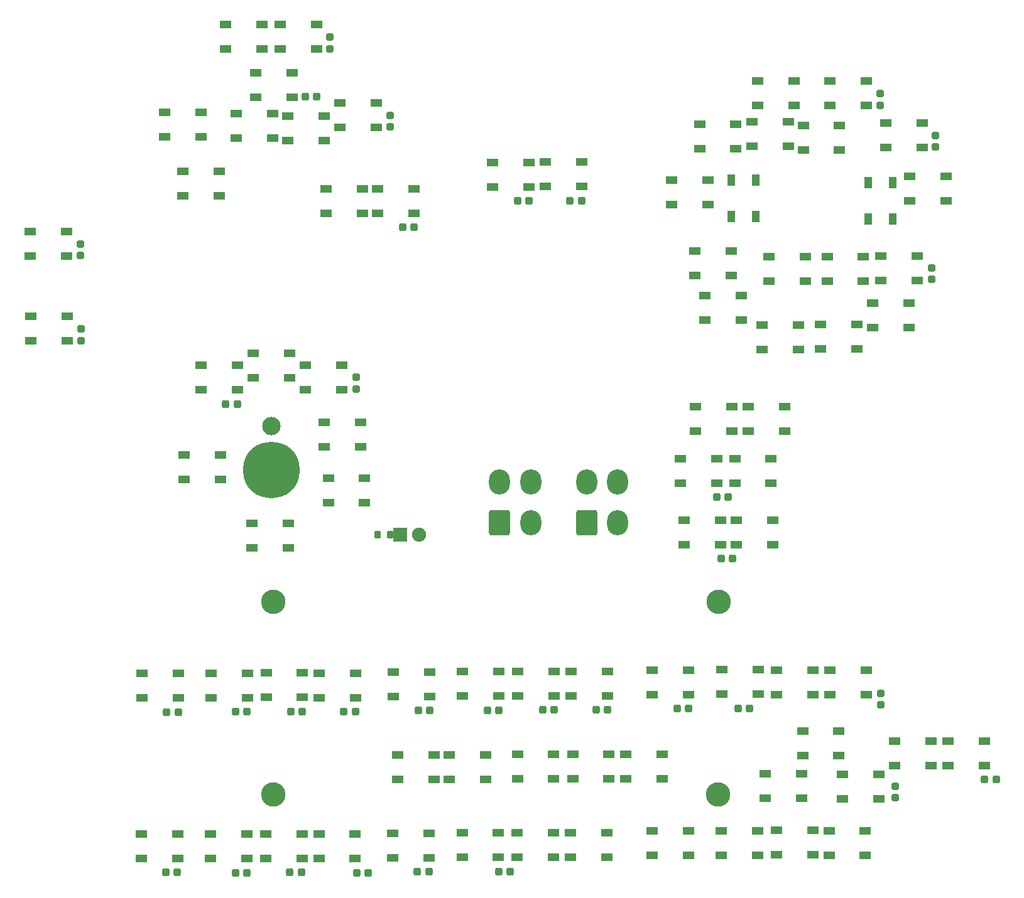
<source format=gbr>
%TF.GenerationSoftware,KiCad,Pcbnew,(6.0.9)*%
%TF.CreationDate,2023-04-01T14:06:34-08:00*%
%TF.ProjectId,KY-58 PANEL,4b592d35-3820-4504-914e-454c2e6b6963,3*%
%TF.SameCoordinates,Original*%
%TF.FileFunction,Soldermask,Top*%
%TF.FilePolarity,Negative*%
%FSLAX46Y46*%
G04 Gerber Fmt 4.6, Leading zero omitted, Abs format (unit mm)*
G04 Created by KiCad (PCBNEW (6.0.9)) date 2023-04-01 14:06:34*
%MOMM*%
%LPD*%
G01*
G04 APERTURE LIST*
G04 Aperture macros list*
%AMRoundRect*
0 Rectangle with rounded corners*
0 $1 Rounding radius*
0 $2 $3 $4 $5 $6 $7 $8 $9 X,Y pos of 4 corners*
0 Add a 4 corners polygon primitive as box body*
4,1,4,$2,$3,$4,$5,$6,$7,$8,$9,$2,$3,0*
0 Add four circle primitives for the rounded corners*
1,1,$1+$1,$2,$3*
1,1,$1+$1,$4,$5*
1,1,$1+$1,$6,$7*
1,1,$1+$1,$8,$9*
0 Add four rect primitives between the rounded corners*
20,1,$1+$1,$2,$3,$4,$5,0*
20,1,$1+$1,$4,$5,$6,$7,0*
20,1,$1+$1,$6,$7,$8,$9,0*
20,1,$1+$1,$8,$9,$2,$3,0*%
G04 Aperture macros list end*
%ADD10C,7.640752*%
%ADD11C,2.481250*%
%ADD12C,3.300000*%
%ADD13RoundRect,0.050000X-0.750000X-0.450000X0.750000X-0.450000X0.750000X0.450000X-0.750000X0.450000X0*%
%ADD14RoundRect,0.250000X0.200000X0.275000X-0.200000X0.275000X-0.200000X-0.275000X0.200000X-0.275000X0*%
%ADD15RoundRect,0.275000X-0.250000X0.225000X-0.250000X-0.225000X0.250000X-0.225000X0.250000X0.225000X0*%
%ADD16RoundRect,0.275000X0.250000X-0.225000X0.250000X0.225000X-0.250000X0.225000X-0.250000X-0.225000X0*%
%ADD17RoundRect,0.275000X0.225000X0.250000X-0.225000X0.250000X-0.225000X-0.250000X0.225000X-0.250000X0*%
%ADD18RoundRect,0.275000X-0.225000X-0.250000X0.225000X-0.250000X0.225000X0.250000X-0.225000X0.250000X0*%
%ADD19RoundRect,0.050000X0.450000X-0.750000X0.450000X0.750000X-0.450000X0.750000X-0.450000X-0.750000X0*%
%ADD20RoundRect,0.050000X-0.450000X0.750000X-0.450000X-0.750000X0.450000X-0.750000X0.450000X0.750000X0*%
%ADD21RoundRect,0.050000X-0.900000X-0.900000X0.900000X-0.900000X0.900000X0.900000X-0.900000X0.900000X0*%
%ADD22C,1.900000*%
%ADD23RoundRect,0.300001X-1.099999X-1.399999X1.099999X-1.399999X1.099999X1.399999X-1.099999X1.399999X0*%
%ADD24O,2.800000X3.400000*%
G04 APERTURE END LIST*
D10*
%TO.C,REF\u002A\u002A*%
X115760258Y-94278977D03*
D11*
X115760258Y-88278977D03*
%TD*%
D12*
%TO.C,REF\u002A\u002A*%
X116000000Y-112000000D03*
%TD*%
%TO.C,REF\u002A\u002A*%
X175975000Y-138025000D03*
%TD*%
%TO.C,REF\u002A\u002A*%
X115975000Y-138000000D03*
%TD*%
%TO.C,REF\u002A\u002A*%
X176025000Y-112000000D03*
%TD*%
D13*
%TO.C,D63*%
X83362800Y-73508400D03*
X83362800Y-76808400D03*
X88262800Y-76808400D03*
X88262800Y-73508400D03*
%TD*%
%TO.C,D2*%
X83263400Y-62053000D03*
X83263400Y-65353000D03*
X88163400Y-65353000D03*
X88163400Y-62053000D03*
%TD*%
%TO.C,D3*%
X101375000Y-45975000D03*
X101375000Y-49275000D03*
X106275000Y-49275000D03*
X106275000Y-45975000D03*
%TD*%
%TO.C,D4*%
X109578000Y-34163800D03*
X109578000Y-37463800D03*
X114478000Y-37463800D03*
X114478000Y-34163800D03*
%TD*%
%TO.C,D5*%
X116942000Y-34163800D03*
X116942000Y-37463800D03*
X121842000Y-37463800D03*
X121842000Y-34163800D03*
%TD*%
%TO.C,D6*%
X113665000Y-40640800D03*
X113665000Y-43940800D03*
X118565000Y-43940800D03*
X118565000Y-40640800D03*
%TD*%
%TO.C,D7*%
X125021000Y-44704800D03*
X125021000Y-48004800D03*
X129921000Y-48004800D03*
X129921000Y-44704800D03*
%TD*%
%TO.C,D8*%
X130101000Y-56287200D03*
X130101000Y-59587200D03*
X135001000Y-59587200D03*
X135001000Y-56287200D03*
%TD*%
%TO.C,D9*%
X145595000Y-52731400D03*
X145595000Y-56031400D03*
X150495000Y-56031400D03*
X150495000Y-52731400D03*
%TD*%
%TO.C,D10*%
X152642000Y-52706000D03*
X152642000Y-56006000D03*
X157542000Y-56006000D03*
X157542000Y-52706000D03*
%TD*%
%TO.C,D11*%
X181319000Y-41707800D03*
X181319000Y-45007800D03*
X186219000Y-45007800D03*
X186219000Y-41707800D03*
%TD*%
%TO.C,D12*%
X191000000Y-41775000D03*
X191000000Y-45075000D03*
X195900000Y-45075000D03*
X195900000Y-41775000D03*
%TD*%
%TO.C,D13*%
X198550000Y-47427000D03*
X198550000Y-50727000D03*
X203450000Y-50727000D03*
X203450000Y-47427000D03*
%TD*%
%TO.C,D14*%
X201752000Y-54651600D03*
X201752000Y-57951600D03*
X206652000Y-57951600D03*
X206652000Y-54651600D03*
%TD*%
%TO.C,D15*%
X197905000Y-65329800D03*
X197905000Y-68629800D03*
X202805000Y-68629800D03*
X202805000Y-65329800D03*
%TD*%
%TO.C,D16*%
X196751000Y-71705400D03*
X196751000Y-75005400D03*
X201651000Y-75005400D03*
X201651000Y-71705400D03*
%TD*%
%TO.C,D17*%
X189766000Y-74626000D03*
X189766000Y-77926000D03*
X194666000Y-77926000D03*
X194666000Y-74626000D03*
%TD*%
%TO.C,D18*%
X181864000Y-74702200D03*
X181864000Y-78002200D03*
X186764000Y-78002200D03*
X186764000Y-74702200D03*
%TD*%
%TO.C,D19*%
X174170000Y-70714400D03*
X174170000Y-74014400D03*
X179070000Y-74014400D03*
X179070000Y-70714400D03*
%TD*%
%TO.C,D20*%
X172825000Y-64700000D03*
X172825000Y-68000000D03*
X177725000Y-68000000D03*
X177725000Y-64700000D03*
%TD*%
%TO.C,D21*%
X169724000Y-55149400D03*
X169724000Y-58449400D03*
X174624000Y-58449400D03*
X174624000Y-55149400D03*
%TD*%
%TO.C,D22*%
X173459000Y-47575000D03*
X173459000Y-50875000D03*
X178359000Y-50875000D03*
X178359000Y-47575000D03*
%TD*%
%TO.C,D23*%
X106274000Y-80112400D03*
X106274000Y-83412400D03*
X111174000Y-83412400D03*
X111174000Y-80112400D03*
%TD*%
%TO.C,D24*%
X113298000Y-78461600D03*
X113298000Y-81761600D03*
X118198000Y-81761600D03*
X118198000Y-78461600D03*
%TD*%
%TO.C,D25*%
X120322000Y-80087000D03*
X120322000Y-83387000D03*
X125222000Y-83387000D03*
X125222000Y-80087000D03*
%TD*%
%TO.C,D26*%
X172900000Y-85649600D03*
X172900000Y-88949600D03*
X177800000Y-88949600D03*
X177800000Y-85649600D03*
%TD*%
%TO.C,D27*%
X170843000Y-92685400D03*
X170843000Y-95985400D03*
X175743000Y-95985400D03*
X175743000Y-92685400D03*
%TD*%
%TO.C,D28*%
X171401000Y-101017000D03*
X171401000Y-104317000D03*
X176301000Y-104317000D03*
X176301000Y-101017000D03*
%TD*%
%TO.C,D29*%
X98337000Y-121642000D03*
X98337000Y-124942000D03*
X103237000Y-124942000D03*
X103237000Y-121642000D03*
%TD*%
%TO.C,D30*%
X107634000Y-121642000D03*
X107634000Y-124942000D03*
X112534000Y-124942000D03*
X112534000Y-121642000D03*
%TD*%
%TO.C,D31*%
X115039000Y-121591000D03*
X115039000Y-124891000D03*
X119939000Y-124891000D03*
X119939000Y-121591000D03*
%TD*%
%TO.C,D32*%
X122227000Y-121667000D03*
X122227000Y-124967000D03*
X127127000Y-124967000D03*
X127127000Y-121667000D03*
%TD*%
%TO.C,D33*%
X132184000Y-121514000D03*
X132184000Y-124814000D03*
X137084000Y-124814000D03*
X137084000Y-121514000D03*
%TD*%
%TO.C,D34*%
X141492000Y-121438000D03*
X141492000Y-124738000D03*
X146392000Y-124738000D03*
X146392000Y-121438000D03*
%TD*%
%TO.C,D35*%
X148959000Y-121438000D03*
X148959000Y-124738000D03*
X153859000Y-124738000D03*
X153859000Y-121438000D03*
%TD*%
%TO.C,D36*%
X156134000Y-121438000D03*
X156134000Y-124738000D03*
X161034000Y-124738000D03*
X161034000Y-121438000D03*
%TD*%
%TO.C,D37*%
X167081000Y-121210000D03*
X167081000Y-124510000D03*
X171981000Y-124510000D03*
X171981000Y-121210000D03*
%TD*%
%TO.C,D38*%
X176442000Y-121184000D03*
X176442000Y-124484000D03*
X181342000Y-124484000D03*
X181342000Y-121184000D03*
%TD*%
%TO.C,D39*%
X183859000Y-121210000D03*
X183859000Y-124510000D03*
X188759000Y-124510000D03*
X188759000Y-121210000D03*
%TD*%
%TO.C,D40*%
X191047000Y-121210000D03*
X191047000Y-124510000D03*
X195947000Y-124510000D03*
X195947000Y-121210000D03*
%TD*%
%TO.C,D41*%
X132766000Y-132640000D03*
X132766000Y-135940000D03*
X137666000Y-135940000D03*
X137666000Y-132640000D03*
%TD*%
%TO.C,D42*%
X139688000Y-132640000D03*
X139688000Y-135940000D03*
X144588000Y-135940000D03*
X144588000Y-132640000D03*
%TD*%
%TO.C,D43*%
X148909000Y-132589000D03*
X148909000Y-135889000D03*
X153809000Y-135889000D03*
X153809000Y-132589000D03*
%TD*%
%TO.C,D44*%
X156351000Y-132564000D03*
X156351000Y-135864000D03*
X161251000Y-135864000D03*
X161251000Y-132564000D03*
%TD*%
%TO.C,D45*%
X163525000Y-132589000D03*
X163525000Y-135889000D03*
X168425000Y-135889000D03*
X168425000Y-132589000D03*
%TD*%
%TO.C,D46*%
X182335000Y-135256000D03*
X182335000Y-138556000D03*
X187235000Y-138556000D03*
X187235000Y-135256000D03*
%TD*%
%TO.C,D47*%
X187339000Y-129439000D03*
X187339000Y-132739000D03*
X192239000Y-132739000D03*
X192239000Y-129439000D03*
%TD*%
%TO.C,D48*%
X192724000Y-135281000D03*
X192724000Y-138581000D03*
X197624000Y-138581000D03*
X197624000Y-135281000D03*
%TD*%
%TO.C,D49*%
X199773000Y-130811000D03*
X199773000Y-134111000D03*
X204673000Y-134111000D03*
X204673000Y-130811000D03*
%TD*%
%TO.C,D50*%
X206959000Y-130785000D03*
X206959000Y-134085000D03*
X211859000Y-134085000D03*
X211859000Y-130785000D03*
%TD*%
%TO.C,D51*%
X98224000Y-143359000D03*
X98224000Y-146659000D03*
X103124000Y-146659000D03*
X103124000Y-143359000D03*
%TD*%
%TO.C,D52*%
X107544000Y-143333000D03*
X107544000Y-146633000D03*
X112444000Y-146633000D03*
X112444000Y-143333000D03*
%TD*%
%TO.C,D53*%
X115011000Y-143358000D03*
X115011000Y-146658000D03*
X119911000Y-146658000D03*
X119911000Y-143358000D03*
%TD*%
%TO.C,D54*%
X122149000Y-143384000D03*
X122149000Y-146684000D03*
X127049000Y-146684000D03*
X127049000Y-143384000D03*
%TD*%
%TO.C,D55*%
X132131000Y-143231000D03*
X132131000Y-146531000D03*
X137031000Y-146531000D03*
X137031000Y-143231000D03*
%TD*%
%TO.C,D56*%
X141453000Y-143206000D03*
X141453000Y-146506000D03*
X146353000Y-146506000D03*
X146353000Y-143206000D03*
%TD*%
%TO.C,D57*%
X148872000Y-143181000D03*
X148872000Y-146481000D03*
X153772000Y-146481000D03*
X153772000Y-143181000D03*
%TD*%
%TO.C,D58*%
X156060000Y-143206000D03*
X156060000Y-146506000D03*
X160960000Y-146506000D03*
X160960000Y-143206000D03*
%TD*%
%TO.C,D59*%
X167030000Y-142952000D03*
X167030000Y-146252000D03*
X171930000Y-146252000D03*
X171930000Y-142952000D03*
%TD*%
%TO.C,D60*%
X176378000Y-142927000D03*
X176378000Y-146227000D03*
X181278000Y-146227000D03*
X181278000Y-142927000D03*
%TD*%
%TO.C,D61*%
X183820000Y-142876000D03*
X183820000Y-146176000D03*
X188720000Y-146176000D03*
X188720000Y-142876000D03*
%TD*%
%TO.C,D62*%
X190895000Y-142952000D03*
X190895000Y-146252000D03*
X195795000Y-146252000D03*
X195795000Y-142952000D03*
%TD*%
D14*
%TO.C,R1*%
X131737000Y-102997000D03*
X130087000Y-102997000D03*
%TD*%
D15*
%TO.C,C4*%
X199810000Y-136922500D03*
X199810000Y-138472500D03*
%TD*%
D16*
%TO.C,C5*%
X197917000Y-125936000D03*
X197917000Y-124386000D03*
%TD*%
D17*
%TO.C,C6*%
X213422500Y-136000000D03*
X211872500Y-136000000D03*
%TD*%
D18*
%TO.C,C7*%
X170437500Y-126400000D03*
X171987500Y-126400000D03*
%TD*%
%TO.C,C8*%
X125512500Y-126800000D03*
X127062500Y-126800000D03*
%TD*%
D17*
%TO.C,C9*%
X177912500Y-106210000D03*
X176362500Y-106210000D03*
%TD*%
%TO.C,C10*%
X177337500Y-97900000D03*
X175787500Y-97900000D03*
%TD*%
D15*
%TO.C,C12*%
X205280000Y-49087500D03*
X205280000Y-50637500D03*
%TD*%
%TO.C,C13*%
X197765000Y-43472500D03*
X197765000Y-45022500D03*
%TD*%
D18*
%TO.C,C14*%
X109607500Y-85360000D03*
X111157500Y-85360000D03*
%TD*%
D17*
%TO.C,C3*%
X147912500Y-148430000D03*
X146362500Y-148430000D03*
%TD*%
%TO.C,C2*%
X128792500Y-148570000D03*
X127242500Y-148570000D03*
%TD*%
D15*
%TO.C,C11*%
X204730000Y-66982500D03*
X204730000Y-68532500D03*
%TD*%
%TO.C,C16*%
X123650000Y-35837500D03*
X123650000Y-37387500D03*
%TD*%
%TO.C,C17*%
X131775000Y-46362500D03*
X131775000Y-47912500D03*
%TD*%
D17*
%TO.C,C18*%
X121875000Y-43900000D03*
X120325000Y-43900000D03*
%TD*%
D18*
%TO.C,C19*%
X148937500Y-57925000D03*
X150487500Y-57925000D03*
%TD*%
%TO.C,C20*%
X155987500Y-57925000D03*
X157537500Y-57925000D03*
%TD*%
D15*
%TO.C,C21*%
X90125000Y-75212500D03*
X90125000Y-76762500D03*
%TD*%
%TO.C,C22*%
X90000000Y-63737500D03*
X90000000Y-65287500D03*
%TD*%
%TO.C,C23*%
X127175000Y-81737500D03*
X127175000Y-83287500D03*
%TD*%
D18*
%TO.C,C24*%
X101637500Y-126900000D03*
X103187500Y-126900000D03*
%TD*%
%TO.C,C25*%
X110937500Y-126800000D03*
X112487500Y-126800000D03*
%TD*%
%TO.C,C26*%
X152337500Y-126600000D03*
X153887500Y-126600000D03*
%TD*%
%TO.C,C27*%
X159537500Y-126600000D03*
X161087500Y-126600000D03*
%TD*%
%TO.C,C28*%
X118337500Y-126800000D03*
X119887500Y-126800000D03*
%TD*%
%TO.C,C29*%
X135537500Y-126700000D03*
X137087500Y-126700000D03*
%TD*%
%TO.C,C30*%
X178637500Y-126400000D03*
X180187500Y-126400000D03*
%TD*%
%TO.C,C32*%
X144837500Y-126700000D03*
X146387500Y-126700000D03*
%TD*%
%TO.C,C33*%
X118247500Y-148530000D03*
X119797500Y-148530000D03*
%TD*%
%TO.C,C34*%
X135417500Y-148430000D03*
X136967500Y-148430000D03*
%TD*%
%TO.C,C35*%
X110917500Y-148570000D03*
X112467500Y-148570000D03*
%TD*%
%TO.C,C15*%
X133462500Y-61500000D03*
X135012500Y-61500000D03*
%TD*%
%TO.C,C31*%
X101517500Y-148520000D03*
X103067500Y-148520000D03*
%TD*%
D13*
%TO.C,D64*%
X103825000Y-53950000D03*
X103825000Y-57250000D03*
X108725000Y-57250000D03*
X108725000Y-53950000D03*
%TD*%
%TO.C,D65*%
X111000000Y-46175000D03*
X111000000Y-49475000D03*
X115900000Y-49475000D03*
X115900000Y-46175000D03*
%TD*%
%TO.C,D66*%
X117950000Y-46450000D03*
X117950000Y-49750000D03*
X122850000Y-49750000D03*
X122850000Y-46450000D03*
%TD*%
%TO.C,D67*%
X123150000Y-56325000D03*
X123150000Y-59625000D03*
X128050000Y-59625000D03*
X128050000Y-56325000D03*
%TD*%
%TO.C,D68*%
X180500000Y-47275000D03*
X180500000Y-50575000D03*
X185400000Y-50575000D03*
X185400000Y-47275000D03*
%TD*%
%TO.C,D69*%
X187425000Y-47775000D03*
X187425000Y-51075000D03*
X192325000Y-51075000D03*
X192325000Y-47775000D03*
%TD*%
D19*
%TO.C,D70*%
X196150000Y-60350000D03*
X199450000Y-60350000D03*
X199450000Y-55450000D03*
X196150000Y-55450000D03*
%TD*%
D13*
%TO.C,D71*%
X190650000Y-65425000D03*
X190650000Y-68725000D03*
X195550000Y-68725000D03*
X195550000Y-65425000D03*
%TD*%
%TO.C,D72*%
X182800000Y-65475000D03*
X182800000Y-68775000D03*
X187700000Y-68775000D03*
X187700000Y-65475000D03*
%TD*%
D20*
%TO.C,D73*%
X181025000Y-55125000D03*
X177725000Y-55125000D03*
X177725000Y-60025000D03*
X181025000Y-60025000D03*
%TD*%
D13*
%TO.C,D74*%
X180050000Y-85725000D03*
X180050000Y-89025000D03*
X184950000Y-89025000D03*
X184950000Y-85725000D03*
%TD*%
%TO.C,D75*%
X178200000Y-92700000D03*
X178200000Y-96000000D03*
X183100000Y-96000000D03*
X183100000Y-92700000D03*
%TD*%
%TO.C,D76*%
X178400000Y-101050000D03*
X178400000Y-104350000D03*
X183300000Y-104350000D03*
X183300000Y-101050000D03*
%TD*%
%TO.C,D77*%
X122875000Y-87775000D03*
X122875000Y-91075000D03*
X127775000Y-91075000D03*
X127775000Y-87775000D03*
%TD*%
%TO.C,D78*%
X123425000Y-95325000D03*
X123425000Y-98625000D03*
X128325000Y-98625000D03*
X128325000Y-95325000D03*
%TD*%
%TO.C,D79*%
X113125000Y-101475000D03*
X113125000Y-104775000D03*
X118025000Y-104775000D03*
X118025000Y-101475000D03*
%TD*%
%TO.C,D80*%
X103975000Y-92175000D03*
X103975000Y-95475000D03*
X108875000Y-95475000D03*
X108875000Y-92175000D03*
%TD*%
D21*
%TO.C,D1*%
X133147000Y-102997000D03*
D22*
X135687000Y-102997000D03*
%TD*%
D23*
%TO.C,J1*%
X146482000Y-101343000D03*
D24*
X150682000Y-101343000D03*
X146482000Y-95843000D03*
X150682000Y-95843000D03*
%TD*%
D23*
%TO.C,J2*%
X158242000Y-101343000D03*
D24*
X162442000Y-101343000D03*
X158242000Y-95843000D03*
X162442000Y-95843000D03*
%TD*%
M02*

</source>
